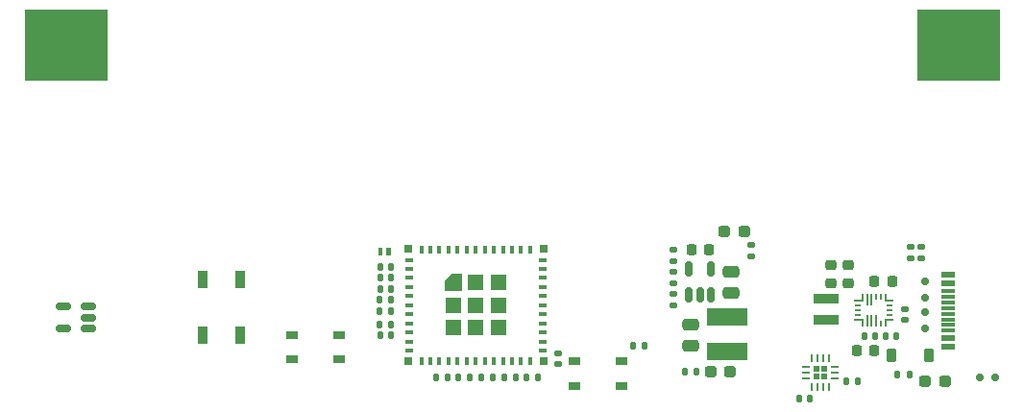
<source format=gtp>
%TF.GenerationSoftware,KiCad,Pcbnew,(7.0.0)*%
%TF.CreationDate,2023-02-26T18:38:48-08:00*%
%TF.ProjectId,esp32-c3-rgb,65737033-322d-4633-932d-7267622e6b69,rev?*%
%TF.SameCoordinates,Original*%
%TF.FileFunction,Paste,Top*%
%TF.FilePolarity,Positive*%
%FSLAX46Y46*%
G04 Gerber Fmt 4.6, Leading zero omitted, Abs format (unit mm)*
G04 Created by KiCad (PCBNEW (7.0.0)) date 2023-02-26 18:38:48*
%MOMM*%
%LPD*%
G01*
G04 APERTURE LIST*
G04 Aperture macros list*
%AMRoundRect*
0 Rectangle with rounded corners*
0 $1 Rounding radius*
0 $2 $3 $4 $5 $6 $7 $8 $9 X,Y pos of 4 corners*
0 Add a 4 corners polygon primitive as box body*
4,1,4,$2,$3,$4,$5,$6,$7,$8,$9,$2,$3,0*
0 Add four circle primitives for the rounded corners*
1,1,$1+$1,$2,$3*
1,1,$1+$1,$4,$5*
1,1,$1+$1,$6,$7*
1,1,$1+$1,$8,$9*
0 Add four rect primitives between the rounded corners*
20,1,$1+$1,$2,$3,$4,$5,0*
20,1,$1+$1,$4,$5,$6,$7,0*
20,1,$1+$1,$6,$7,$8,$9,0*
20,1,$1+$1,$8,$9,$2,$3,0*%
%AMFreePoly0*
4,1,6,0.725000,-0.725000,-0.725000,-0.725000,-0.725000,0.125000,-0.125000,0.725000,0.725000,0.725000,0.725000,-0.725000,0.725000,-0.725000,$1*%
%AMFreePoly1*
4,1,7,0.099993,-0.100000,-0.675510,-0.100002,-0.675510,0.099998,-0.100007,0.099998,-0.100007,0.599999,0.099993,0.599999,0.099993,-0.100000,0.099993,-0.100000,$1*%
%AMFreePoly2*
4,1,7,0.099993,-0.599999,-0.100007,-0.599999,-0.100007,-0.099998,-0.675510,-0.099998,-0.675510,0.100000,0.099993,0.100000,0.099993,-0.599999,0.099993,-0.599999,$1*%
%AMFreePoly3*
4,1,7,0.725000,-0.099998,0.100000,-0.099998,0.100000,-0.599999,-0.100000,-0.599999,-0.100000,0.100002,0.725000,0.100002,0.725000,-0.099998,0.725000,-0.099998,$1*%
%AMFreePoly4*
4,1,7,0.100000,0.099998,0.725000,0.099998,0.725000,-0.100002,-0.100000,-0.100000,-0.100000,0.599999,0.100000,0.599999,0.100000,0.099998,0.100000,0.099998,$1*%
G04 Aperture macros list end*
%ADD10C,0.010000*%
%ADD11RoundRect,0.135000X-0.135000X-0.185000X0.135000X-0.185000X0.135000X0.185000X-0.135000X0.185000X0*%
%ADD12RoundRect,0.237500X0.287500X0.237500X-0.287500X0.237500X-0.287500X-0.237500X0.287500X-0.237500X0*%
%ADD13RoundRect,0.225000X-0.225000X-0.250000X0.225000X-0.250000X0.225000X0.250000X-0.225000X0.250000X0*%
%ADD14RoundRect,0.250000X0.475000X-0.250000X0.475000X0.250000X-0.475000X0.250000X-0.475000X-0.250000X0*%
%ADD15RoundRect,0.135000X0.185000X-0.135000X0.185000X0.135000X-0.185000X0.135000X-0.185000X-0.135000X0*%
%ADD16RoundRect,0.237500X-0.287500X-0.237500X0.287500X-0.237500X0.287500X0.237500X-0.287500X0.237500X0*%
%ADD17R,1.050000X0.650000*%
%ADD18RoundRect,0.140000X0.140000X0.170000X-0.140000X0.170000X-0.140000X-0.170000X0.140000X-0.170000X0*%
%ADD19RoundRect,0.150000X-0.200000X0.150000X-0.200000X-0.150000X0.200000X-0.150000X0.200000X0.150000X0*%
%ADD20RoundRect,0.250000X-0.475000X0.250000X-0.475000X-0.250000X0.475000X-0.250000X0.475000X0.250000X0*%
%ADD21RoundRect,0.150000X0.150000X-0.512500X0.150000X0.512500X-0.150000X0.512500X-0.150000X-0.512500X0*%
%ADD22RoundRect,0.135000X-0.185000X0.135000X-0.185000X-0.135000X0.185000X-0.135000X0.185000X0.135000X0*%
%ADD23R,0.800000X0.400000*%
%ADD24R,0.400000X0.800000*%
%ADD25R,0.700000X0.700000*%
%ADD26FreePoly0,0.000000*%
%ADD27R,1.450000X1.450000*%
%ADD28R,2.200000X0.900000*%
%ADD29RoundRect,0.135000X0.135000X0.185000X-0.135000X0.185000X-0.135000X-0.185000X0.135000X-0.185000X0*%
%ADD30R,3.600000X1.500000*%
%ADD31RoundRect,0.140000X-0.170000X0.140000X-0.170000X-0.140000X0.170000X-0.140000X0.170000X0.140000X0*%
%ADD32FreePoly1,180.000000*%
%ADD33R,0.624992X0.200000*%
%ADD34FreePoly2,180.000000*%
%ADD35R,0.200000X0.599999*%
%ADD36R,0.200000X0.999998*%
%ADD37FreePoly3,180.000000*%
%ADD38R,0.599999X0.200000*%
%ADD39FreePoly4,180.000000*%
%ADD40R,0.200000X0.618998*%
%ADD41RoundRect,0.140000X0.170000X-0.140000X0.170000X0.140000X-0.170000X0.140000X-0.170000X-0.140000X0*%
%ADD42RoundRect,0.150000X0.512500X0.150000X-0.512500X0.150000X-0.512500X-0.150000X0.512500X-0.150000X0*%
%ADD43R,0.900000X1.500000*%
%ADD44RoundRect,0.150000X0.150000X0.200000X-0.150000X0.200000X-0.150000X-0.200000X0.150000X-0.200000X0*%
%ADD45RoundRect,0.140000X-0.140000X-0.170000X0.140000X-0.170000X0.140000X0.170000X-0.140000X0.170000X0*%
%ADD46RoundRect,0.150000X0.200000X-0.150000X0.200000X0.150000X-0.200000X0.150000X-0.200000X-0.150000X0*%
%ADD47RoundRect,0.225000X0.250000X-0.225000X0.250000X0.225000X-0.250000X0.225000X-0.250000X-0.225000X0*%
%ADD48RoundRect,0.145000X0.145000X0.145000X-0.145000X0.145000X-0.145000X-0.145000X0.145000X-0.145000X0*%
%ADD49RoundRect,0.062500X0.275000X0.062500X-0.275000X0.062500X-0.275000X-0.062500X0.275000X-0.062500X0*%
%ADD50RoundRect,0.062500X0.062500X0.275000X-0.062500X0.275000X-0.062500X-0.275000X0.062500X-0.275000X0*%
%ADD51RoundRect,0.225000X0.225000X0.250000X-0.225000X0.250000X-0.225000X-0.250000X0.225000X-0.250000X0*%
%ADD52RoundRect,0.225000X-0.225000X-0.375000X0.225000X-0.375000X0.225000X0.375000X-0.225000X0.375000X0*%
%ADD53R,1.150000X0.600000*%
%ADD54R,1.150000X0.300000*%
%ADD55R,7.340000X6.350000*%
G04 APERTURE END LIST*
%TO.C,D1*%
G36*
X67612500Y-117700000D02*
G01*
X67312500Y-117700000D01*
X67312500Y-117100000D01*
X67612500Y-117100000D01*
X67612500Y-117700000D01*
G37*
D10*
X67612500Y-117700000D02*
X67312500Y-117700000D01*
X67312500Y-117100000D01*
X67612500Y-117100000D01*
X67612500Y-117700000D01*
G36*
X66912500Y-117700000D02*
G01*
X66612500Y-117700000D01*
X66612500Y-117100000D01*
X66912500Y-117100000D01*
X66912500Y-117700000D01*
G37*
X66912500Y-117700000D02*
X66612500Y-117700000D01*
X66612500Y-117100000D01*
X66912500Y-117100000D01*
X66912500Y-117700000D01*
%TD*%
D11*
%TO.C,R14*%
X112390000Y-128250000D03*
X113410000Y-128250000D03*
%TD*%
D12*
%TO.C,D2*%
X116575000Y-128900000D03*
X114825000Y-128900000D03*
%TD*%
D11*
%TO.C,R9*%
X66740000Y-121710000D03*
X67760000Y-121710000D03*
%TD*%
D13*
%TO.C,C6*%
X94240000Y-117310000D03*
X95790000Y-117310000D03*
%TD*%
D14*
%TO.C,C7*%
X94140000Y-123830000D03*
X94140000Y-125730000D03*
%TD*%
D11*
%TO.C,R4*%
X77680000Y-128540000D03*
X78700000Y-128540000D03*
%TD*%
D15*
%TO.C,R12*%
X99490000Y-117870000D03*
X99490000Y-116850000D03*
%TD*%
D16*
%TO.C,D4*%
X97125000Y-115650000D03*
X98875000Y-115650000D03*
%TD*%
D13*
%TO.C,C18*%
X110350000Y-120100000D03*
X111900000Y-120100000D03*
%TD*%
D17*
%TO.C,SW1*%
X59009999Y-124799999D03*
X63159999Y-124799999D03*
X59009999Y-126949999D03*
X63159999Y-126949999D03*
%TD*%
D18*
%TO.C,C11*%
X67730000Y-119750000D03*
X66770000Y-119750000D03*
%TD*%
D12*
%TO.C,D3*%
X97640000Y-128010000D03*
X95890000Y-128010000D03*
%TD*%
D11*
%TO.C,R10*%
X71690000Y-128540000D03*
X72710000Y-128540000D03*
%TD*%
D19*
%TO.C,D8*%
X114825000Y-121500000D03*
X114825000Y-120100000D03*
%TD*%
D11*
%TO.C,R8*%
X66740000Y-123840000D03*
X67760000Y-123840000D03*
%TD*%
D20*
%TO.C,C5*%
X97690000Y-119180000D03*
X97690000Y-121080000D03*
%TD*%
D21*
%TO.C,U5*%
X94000000Y-121255000D03*
X94950000Y-121255000D03*
X95900000Y-121255000D03*
X95900000Y-118980000D03*
X94000000Y-118980000D03*
%TD*%
D18*
%TO.C,C16*%
X104670000Y-130400000D03*
X103710000Y-130400000D03*
%TD*%
D22*
%TO.C,R16*%
X114490000Y-117000000D03*
X114490000Y-118020000D03*
%TD*%
D11*
%TO.C,R5*%
X79680000Y-128540000D03*
X80700000Y-128540000D03*
%TD*%
%TO.C,R13*%
X93630000Y-128050000D03*
X94650000Y-128050000D03*
%TD*%
D23*
%TO.C,U3*%
X69299999Y-118159999D03*
X69299999Y-118959999D03*
X69299999Y-119759999D03*
X69299999Y-120559999D03*
X69299999Y-121359999D03*
X69299999Y-122159999D03*
X69299999Y-122959999D03*
X69299999Y-123759999D03*
X69299999Y-124559999D03*
X69299999Y-125359999D03*
X69299999Y-126159999D03*
D24*
X70399999Y-127059999D03*
X71199999Y-127059999D03*
X71999999Y-127059999D03*
X72799999Y-127059999D03*
X73599999Y-127059999D03*
X74399999Y-127059999D03*
X75199999Y-127059999D03*
X75999999Y-127059999D03*
X76799999Y-127059999D03*
X77599999Y-127059999D03*
X78399999Y-127059999D03*
X79199999Y-127059999D03*
X79999999Y-127059999D03*
D23*
X81099999Y-126159999D03*
X81099999Y-125359999D03*
X81099999Y-124559999D03*
X81099999Y-123759999D03*
X81099999Y-122959999D03*
X81099999Y-122159999D03*
X81099999Y-121359999D03*
X81099999Y-120559999D03*
X81099999Y-119759999D03*
X81099999Y-118959999D03*
X81099999Y-118159999D03*
D25*
X69249999Y-117209999D03*
X69249999Y-127109999D03*
D24*
X70399999Y-117259999D03*
X71199999Y-117259999D03*
X71999999Y-117259999D03*
X72799999Y-117259999D03*
D26*
X73225000Y-120185000D03*
D27*
X73224999Y-122159999D03*
X73224999Y-124134999D03*
D24*
X73599999Y-117259999D03*
X74399999Y-117259999D03*
X75199999Y-117259999D03*
D27*
X75199999Y-120184999D03*
X75199999Y-122159999D03*
X75199999Y-124134999D03*
D24*
X75999999Y-117259999D03*
X76799999Y-117259999D03*
D27*
X77174999Y-120184999D03*
X77174999Y-122159999D03*
X77174999Y-124134999D03*
D24*
X77599999Y-117259999D03*
X78399999Y-117259999D03*
X79199999Y-117259999D03*
X79999999Y-117259999D03*
D25*
X81149999Y-117209999D03*
X81149999Y-127109999D03*
%TD*%
D28*
%TO.C,L2*%
X106099999Y-123449999D03*
X106099999Y-121549999D03*
%TD*%
D22*
%TO.C,R2*%
X92620000Y-118320000D03*
X92620000Y-117300000D03*
%TD*%
D29*
%TO.C,R19*%
X90120000Y-125700000D03*
X89100000Y-125700000D03*
%TD*%
D30*
%TO.C,L1*%
X97374999Y-123204999D03*
X97374999Y-126254999D03*
%TD*%
D22*
%TO.C,R3*%
X92620000Y-119220000D03*
X92620000Y-120240000D03*
%TD*%
D11*
%TO.C,R7*%
X73680000Y-128540000D03*
X74700000Y-128540000D03*
%TD*%
D18*
%TO.C,C2*%
X110400000Y-124900000D03*
X109440000Y-124900000D03*
%TD*%
D31*
%TO.C,C14*%
X82500000Y-126420000D03*
X82500000Y-127380000D03*
%TD*%
D32*
%TO.C,U2*%
X111299993Y-123457002D03*
D33*
X111663000Y-122999999D03*
X111663000Y-122600000D03*
X111663000Y-122200001D03*
D34*
X111299993Y-121757000D03*
D35*
X110899999Y-121457000D03*
X110500000Y-121457000D03*
D36*
X110100000Y-121657000D03*
X109700001Y-121657000D03*
D37*
X109300002Y-121757000D03*
D38*
X108875000Y-122200001D03*
X108875000Y-122600000D03*
X108875000Y-122999999D03*
D39*
X109300002Y-123457002D03*
D36*
X109700001Y-123557000D03*
X110100000Y-123557000D03*
X110500000Y-123557000D03*
D40*
X110899999Y-123748000D03*
%TD*%
D41*
%TO.C,C12*%
X113000000Y-123480000D03*
X113000000Y-122520000D03*
%TD*%
D29*
%TO.C,R11*%
X67760000Y-122700000D03*
X66740000Y-122700000D03*
%TD*%
D42*
%TO.C,U1*%
X41100000Y-124200000D03*
X41100000Y-123250000D03*
X41100000Y-122300000D03*
X38825000Y-122300000D03*
X38825000Y-124200000D03*
%TD*%
D43*
%TO.C,D9*%
X51099999Y-124799999D03*
X54399999Y-124799999D03*
X54399999Y-119899999D03*
X51099999Y-119899999D03*
%TD*%
D17*
%TO.C,SW2*%
X83899999Y-127099999D03*
X88049999Y-127099999D03*
X83899999Y-129249999D03*
X88049999Y-129249999D03*
%TD*%
D44*
%TO.C,D7*%
X121000000Y-128500000D03*
X119600000Y-128500000D03*
%TD*%
D18*
%TO.C,C9*%
X67730000Y-118750000D03*
X66770000Y-118750000D03*
%TD*%
D45*
%TO.C,C1*%
X111340000Y-124900000D03*
X112300000Y-124900000D03*
%TD*%
D46*
%TO.C,D5*%
X114825000Y-122775000D03*
X114825000Y-124175000D03*
%TD*%
D18*
%TO.C,C8*%
X67730000Y-120750000D03*
X66770000Y-120750000D03*
%TD*%
D47*
%TO.C,C13*%
X108000000Y-120200000D03*
X108000000Y-118650000D03*
%TD*%
D48*
%TO.C,U4*%
X105930000Y-128450000D03*
X105930000Y-127730000D03*
X105210000Y-128450000D03*
X105210000Y-127730000D03*
D49*
X106832500Y-128590000D03*
X106832500Y-128090000D03*
X106832500Y-127590000D03*
D50*
X106320000Y-126827500D03*
X105820000Y-126827500D03*
X105320000Y-126827500D03*
X104820000Y-126827500D03*
D49*
X104307500Y-127590000D03*
X104307500Y-128090000D03*
X104307500Y-128590000D03*
D50*
X104820000Y-129352500D03*
X105320000Y-129352500D03*
X105820000Y-129352500D03*
X106320000Y-129352500D03*
%TD*%
D45*
%TO.C,C15*%
X107900000Y-128830000D03*
X108860000Y-128830000D03*
%TD*%
D47*
%TO.C,C17*%
X106500000Y-120200000D03*
X106500000Y-118650000D03*
%TD*%
D18*
%TO.C,C10*%
X67730000Y-124820000D03*
X66770000Y-124820000D03*
%TD*%
D11*
%TO.C,R6*%
X75680000Y-128540000D03*
X76700000Y-128540000D03*
%TD*%
D51*
%TO.C,C3*%
X110300000Y-126200000D03*
X108750000Y-126200000D03*
%TD*%
D22*
%TO.C,R15*%
X113530000Y-116990000D03*
X113530000Y-118010000D03*
%TD*%
D15*
%TO.C,R1*%
X92620000Y-122160000D03*
X92620000Y-121140000D03*
%TD*%
D52*
%TO.C,D6*%
X115150000Y-126600000D03*
X111850000Y-126600000D03*
%TD*%
D53*
%TO.C,J1*%
X116799999Y-125859999D03*
X116799999Y-125059999D03*
D54*
X116799999Y-123909999D03*
X116799999Y-122909999D03*
X116799999Y-122409999D03*
X116799999Y-121409999D03*
D53*
X116799999Y-119459999D03*
X116799999Y-120259999D03*
D54*
X116799999Y-120909999D03*
X116799999Y-121909999D03*
X116799999Y-123409999D03*
X116799999Y-124409999D03*
%TD*%
D55*
%TO.C,BT1*%
X117749999Y-99249999D03*
X39089999Y-99249999D03*
%TD*%
M02*

</source>
